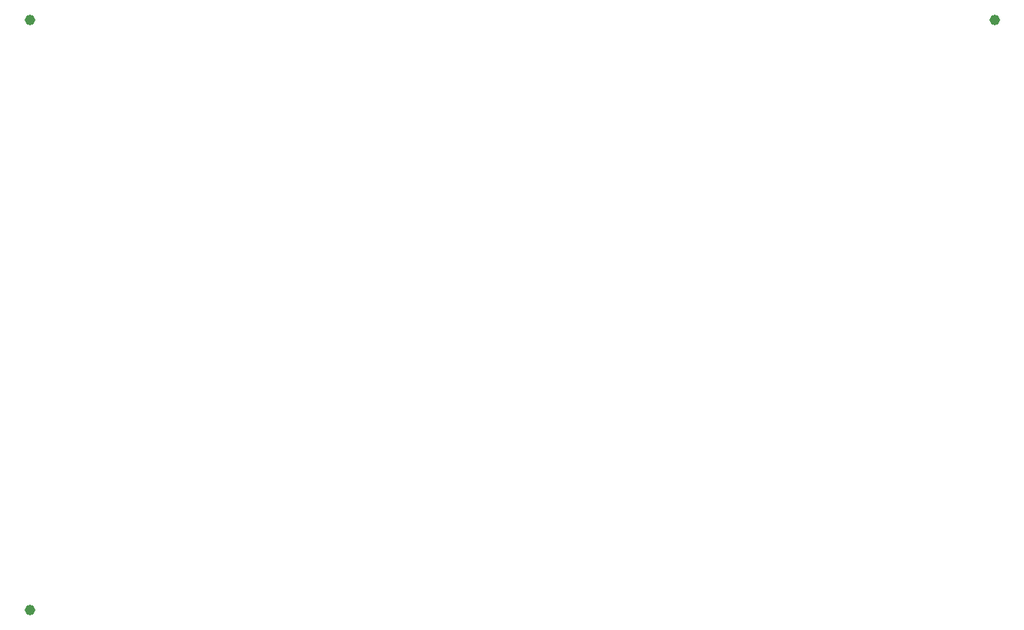
<source format=gbp>
G04 #@! TF.GenerationSoftware,KiCad,Pcbnew,7.0.2-6a45011f42~172~ubuntu22.04.1*
G04 #@! TF.CreationDate,2023-07-04T12:46:50+08:00*
G04 #@! TF.ProjectId,panel_10_1,70616e65-6c5f-4313-905f-312e6b696361,rev?*
G04 #@! TF.SameCoordinates,Original*
G04 #@! TF.FileFunction,Paste,Bot*
G04 #@! TF.FilePolarity,Positive*
%FSLAX46Y46*%
G04 Gerber Fmt 4.6, Leading zero omitted, Abs format (unit mm)*
G04 Created by KiCad (PCBNEW 7.0.2-6a45011f42~172~ubuntu22.04.1) date 2023-07-04 12:46:50*
%MOMM*%
%LPD*%
G01*
G04 APERTURE LIST*
%ADD10C,1.152000*%
G04 APERTURE END LIST*
D10*
G04 #@! TO.C,REF\u002A\u002A*
X2500000Y-67500000D03*
G04 #@! TD*
G04 #@! TO.C,REF\u002A\u002A*
X108690000Y-2500000D03*
G04 #@! TD*
G04 #@! TO.C,REF\u002A\u002A*
X2500000Y-2500000D03*
G04 #@! TD*
M02*

</source>
